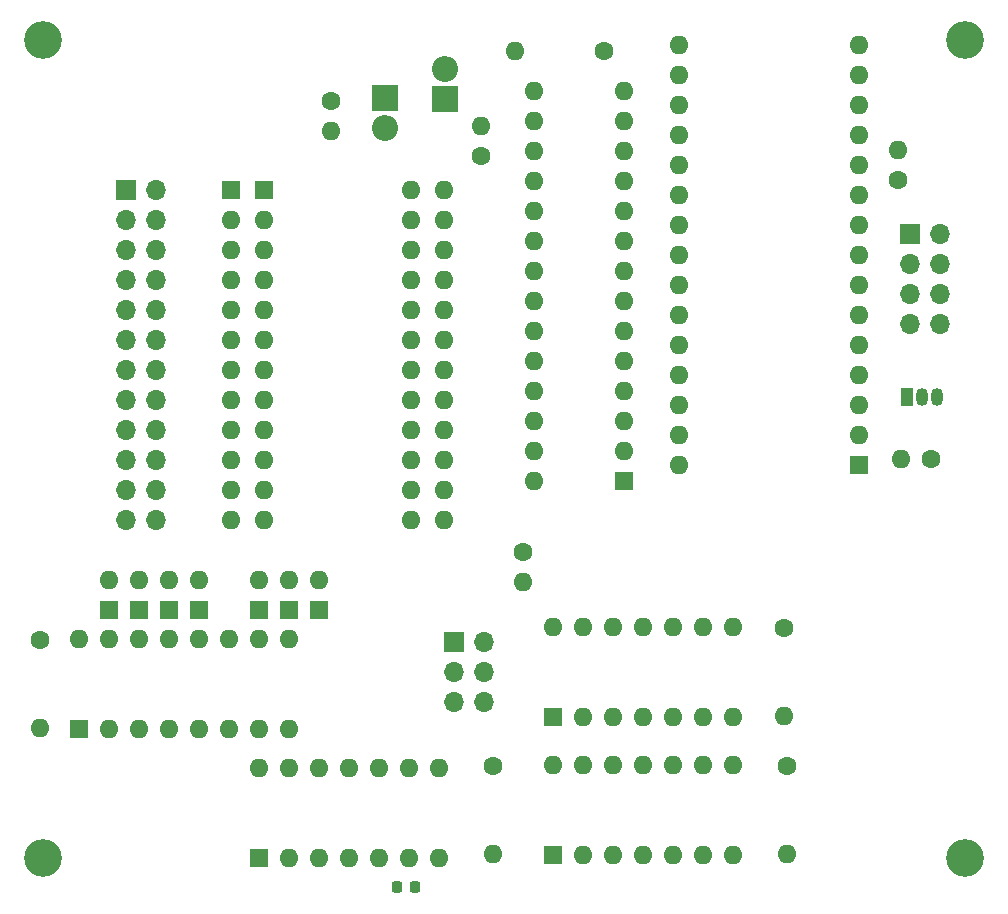
<source format=gts>
%TF.GenerationSoftware,KiCad,Pcbnew,(6.0.0)*%
%TF.CreationDate,2022-03-13T18:30:08-04:00*%
%TF.ProjectId,io_i2c,696f5f69-3263-42e6-9b69-6361645f7063,rev?*%
%TF.SameCoordinates,Original*%
%TF.FileFunction,Soldermask,Top*%
%TF.FilePolarity,Negative*%
%FSLAX46Y46*%
G04 Gerber Fmt 4.6, Leading zero omitted, Abs format (unit mm)*
G04 Created by KiCad (PCBNEW (6.0.0)) date 2022-03-13 18:30:08*
%MOMM*%
%LPD*%
G01*
G04 APERTURE LIST*
G04 Aperture macros list*
%AMRoundRect*
0 Rectangle with rounded corners*
0 $1 Rounding radius*
0 $2 $3 $4 $5 $6 $7 $8 $9 X,Y pos of 4 corners*
0 Add a 4 corners polygon primitive as box body*
4,1,4,$2,$3,$4,$5,$6,$7,$8,$9,$2,$3,0*
0 Add four circle primitives for the rounded corners*
1,1,$1+$1,$2,$3*
1,1,$1+$1,$4,$5*
1,1,$1+$1,$6,$7*
1,1,$1+$1,$8,$9*
0 Add four rect primitives between the rounded corners*
20,1,$1+$1,$2,$3,$4,$5,0*
20,1,$1+$1,$4,$5,$6,$7,0*
20,1,$1+$1,$6,$7,$8,$9,0*
20,1,$1+$1,$8,$9,$2,$3,0*%
G04 Aperture macros list end*
%ADD10R,1.600000X1.600000*%
%ADD11O,1.600000X1.600000*%
%ADD12C,1.600000*%
%ADD13R,1.050000X1.500000*%
%ADD14O,1.050000X1.500000*%
%ADD15R,1.700000X1.700000*%
%ADD16O,1.700000X1.700000*%
%ADD17C,3.200000*%
%ADD18RoundRect,0.225000X-0.225000X-0.250000X0.225000X-0.250000X0.225000X0.250000X-0.225000X0.250000X0*%
%ADD19R,2.200000X2.200000*%
%ADD20O,2.200000X2.200000*%
G04 APERTURE END LIST*
D10*
%TO.C,U1*%
X120343789Y-108566511D03*
D11*
X120343789Y-111106511D03*
X120343789Y-113646511D03*
X120343789Y-116186511D03*
X120343789Y-118726511D03*
X120343789Y-121266511D03*
X120343789Y-123806511D03*
X120343789Y-126346511D03*
X120343789Y-128886511D03*
X120343789Y-131426511D03*
X120343789Y-133966511D03*
X120343789Y-136506511D03*
X135583789Y-136506511D03*
X135583789Y-133966511D03*
X135583789Y-131426511D03*
X135583789Y-128886511D03*
X135583789Y-126346511D03*
X135583789Y-123806511D03*
X135583789Y-121266511D03*
X135583789Y-118726511D03*
X135583789Y-116186511D03*
X135583789Y-113646511D03*
X135583789Y-111106511D03*
X135583789Y-108566511D03*
%TD*%
D10*
%TO.C,U2*%
X144780000Y-164846000D03*
D11*
X147320000Y-164846000D03*
X149860000Y-164846000D03*
X152400000Y-164846000D03*
X154940000Y-164846000D03*
X157480000Y-164846000D03*
X160020000Y-164846000D03*
X160020000Y-157226000D03*
X157480000Y-157226000D03*
X154940000Y-157226000D03*
X152400000Y-157226000D03*
X149860000Y-157226000D03*
X147320000Y-157226000D03*
X144780000Y-157226000D03*
%TD*%
D10*
%TO.C,J1*%
X117549789Y-108566511D03*
D11*
X117549789Y-111106511D03*
X117549789Y-113646511D03*
X117549789Y-116186511D03*
X117549789Y-118726511D03*
X117549789Y-121266511D03*
X117549789Y-123806511D03*
X117549789Y-126346511D03*
X117549789Y-128886511D03*
X117549789Y-131426511D03*
X117549789Y-133966511D03*
X117549789Y-136506511D03*
X132789789Y-136506511D03*
X132789789Y-133966511D03*
X132789789Y-131426511D03*
X132789789Y-128886511D03*
X132789789Y-126346511D03*
X132789789Y-123806511D03*
X132789789Y-121266511D03*
X132789789Y-118726511D03*
X132789789Y-116186511D03*
X132789789Y-113646511D03*
X132789789Y-111106511D03*
X132789789Y-108566511D03*
%TD*%
D12*
%TO.C,C1*%
X101346000Y-146618000D03*
D11*
X101346000Y-154118000D03*
%TD*%
D12*
%TO.C,C2*%
X149098000Y-96774000D03*
D11*
X141598000Y-96774000D03*
%TD*%
D10*
%TO.C,U4*%
X104663000Y-154168000D03*
D11*
X107203000Y-154168000D03*
X109743000Y-154168000D03*
X112283000Y-154168000D03*
X114823000Y-154168000D03*
X117363000Y-154168000D03*
X119903000Y-154168000D03*
X122443000Y-154168000D03*
X122443000Y-146548000D03*
X119903000Y-146548000D03*
X117363000Y-146548000D03*
X114823000Y-146548000D03*
X112283000Y-146548000D03*
X109743000Y-146548000D03*
X107203000Y-146548000D03*
X104663000Y-146548000D03*
%TD*%
D10*
%TO.C,U3*%
X119883000Y-165090000D03*
D11*
X122423000Y-165090000D03*
X124963000Y-165090000D03*
X127503000Y-165090000D03*
X130043000Y-165090000D03*
X132583000Y-165090000D03*
X135123000Y-165090000D03*
X135123000Y-157470000D03*
X132583000Y-157470000D03*
X130043000Y-157470000D03*
X127503000Y-157470000D03*
X124963000Y-157470000D03*
X122423000Y-157470000D03*
X119883000Y-157470000D03*
%TD*%
D12*
%TO.C,C3*%
X139700000Y-157286000D03*
D11*
X139700000Y-164786000D03*
%TD*%
D13*
%TO.C,Q1*%
X174752000Y-126090000D03*
D14*
X176022000Y-126090000D03*
X177292000Y-126090000D03*
%TD*%
D10*
%TO.C,A1*%
X170678000Y-131826000D03*
D11*
X170678000Y-129286000D03*
X170678000Y-126746000D03*
X170678000Y-124206000D03*
X170678000Y-121666000D03*
X170678000Y-119126000D03*
X170678000Y-116586000D03*
X170678000Y-114046000D03*
X170678000Y-111506000D03*
X170678000Y-108966000D03*
X170678000Y-106426000D03*
X170678000Y-103886000D03*
X170678000Y-101346000D03*
X170678000Y-98806000D03*
X170678000Y-96266000D03*
X155438000Y-96266000D03*
X155438000Y-98806000D03*
X155438000Y-101346000D03*
X155438000Y-103886000D03*
X155438000Y-106426000D03*
X155438000Y-108966000D03*
X155438000Y-111506000D03*
X155438000Y-114046000D03*
X155438000Y-116586000D03*
X155438000Y-119126000D03*
X155438000Y-121666000D03*
X155438000Y-124206000D03*
X155438000Y-126746000D03*
X155438000Y-129286000D03*
X155438000Y-131826000D03*
%TD*%
D15*
%TO.C,J2*%
X175006000Y-112268000D03*
D16*
X177546000Y-112268000D03*
X175006000Y-114808000D03*
X177546000Y-114808000D03*
X175006000Y-117348000D03*
X177546000Y-117348000D03*
X175006000Y-119888000D03*
X177546000Y-119888000D03*
%TD*%
D10*
%TO.C,D7*%
X124983000Y-144106314D03*
D11*
X124983000Y-141566314D03*
%TD*%
D12*
%TO.C,R1*%
X173990000Y-107725000D03*
D11*
X173990000Y-105185000D03*
%TD*%
D17*
%TO.C,REF\u002A\u002A*%
X101600000Y-95885000D03*
%TD*%
D10*
%TO.C,D3*%
X112283000Y-144106314D03*
D11*
X112283000Y-141566314D03*
%TD*%
D15*
%TO.C,J3*%
X136398000Y-146812000D03*
D16*
X138938000Y-146812000D03*
X136398000Y-149352000D03*
X138938000Y-149352000D03*
X136398000Y-151892000D03*
X138938000Y-151892000D03*
%TD*%
D12*
%TO.C,C5*%
X164592000Y-157286000D03*
D11*
X164592000Y-164786000D03*
%TD*%
D12*
%TO.C,R3*%
X125984000Y-101063000D03*
D11*
X125984000Y-103603000D03*
%TD*%
D17*
%TO.C,REF\u002A\u002A*%
X179705000Y-95885000D03*
%TD*%
D10*
%TO.C,U6*%
X150828789Y-133209511D03*
D11*
X150828789Y-130669511D03*
X150828789Y-128129511D03*
X150828789Y-125589511D03*
X150828789Y-123049511D03*
X150828789Y-120509511D03*
X150828789Y-117969511D03*
X150828789Y-115429511D03*
X150828789Y-112889511D03*
X150828789Y-110349511D03*
X150828789Y-107809511D03*
X150828789Y-105269511D03*
X150828789Y-102729511D03*
X150828789Y-100189511D03*
X143208789Y-100189511D03*
X143208789Y-102729511D03*
X143208789Y-105269511D03*
X143208789Y-107809511D03*
X143208789Y-110349511D03*
X143208789Y-112889511D03*
X143208789Y-115429511D03*
X143208789Y-117969511D03*
X143208789Y-120509511D03*
X143208789Y-123049511D03*
X143208789Y-125589511D03*
X143208789Y-128129511D03*
X143208789Y-130669511D03*
X143208789Y-133209511D03*
%TD*%
D12*
%TO.C,R4*%
X176813000Y-131318000D03*
D11*
X174273000Y-131318000D03*
%TD*%
D10*
%TO.C,D2*%
X109743000Y-144106314D03*
D11*
X109743000Y-141566314D03*
%TD*%
D18*
%TO.C,C6*%
X131559000Y-167538400D03*
X133109000Y-167538400D03*
%TD*%
D12*
%TO.C,R5*%
X138684000Y-105693000D03*
D11*
X138684000Y-103153000D03*
%TD*%
D15*
%TO.C,J4*%
X108664789Y-108571511D03*
D16*
X111204789Y-108571511D03*
X108664789Y-111111511D03*
X111204789Y-111111511D03*
X108664789Y-113651511D03*
X111204789Y-113651511D03*
X108664789Y-116191511D03*
X111204789Y-116191511D03*
X108664789Y-118731511D03*
X111204789Y-118731511D03*
X108664789Y-121271511D03*
X111204789Y-121271511D03*
X108664789Y-123811511D03*
X111204789Y-123811511D03*
X108664789Y-126351511D03*
X111204789Y-126351511D03*
X108664789Y-128891511D03*
X111204789Y-128891511D03*
X108664789Y-131431511D03*
X111204789Y-131431511D03*
X108664789Y-133971511D03*
X111204789Y-133971511D03*
X108664789Y-136511511D03*
X111204789Y-136511511D03*
%TD*%
D19*
%TO.C,D9*%
X135636000Y-100893766D03*
D20*
X135636000Y-98353766D03*
%TD*%
D10*
%TO.C,D1*%
X107203000Y-144106314D03*
D11*
X107203000Y-141566314D03*
%TD*%
D17*
%TO.C,REF\u002A\u002A*%
X101600000Y-165100000D03*
%TD*%
D12*
%TO.C,R2*%
X142240000Y-139192000D03*
D11*
X142240000Y-141732000D03*
%TD*%
D17*
%TO.C,REF\u002A\u002A*%
X179705000Y-165100000D03*
%TD*%
D10*
%TO.C,U5*%
X144775000Y-153152000D03*
D11*
X147315000Y-153152000D03*
X149855000Y-153152000D03*
X152395000Y-153152000D03*
X154935000Y-153152000D03*
X157475000Y-153152000D03*
X160015000Y-153152000D03*
X160015000Y-145532000D03*
X157475000Y-145532000D03*
X154935000Y-145532000D03*
X152395000Y-145532000D03*
X149855000Y-145532000D03*
X147315000Y-145532000D03*
X144775000Y-145532000D03*
%TD*%
D10*
%TO.C,D6*%
X122443000Y-144106314D03*
D11*
X122443000Y-141566314D03*
%TD*%
D12*
%TO.C,C4*%
X164338000Y-145602000D03*
D11*
X164338000Y-153102000D03*
%TD*%
D19*
%TO.C,D8*%
X130556000Y-100782234D03*
D20*
X130556000Y-103322234D03*
%TD*%
D10*
%TO.C,D4*%
X114823000Y-144106314D03*
D11*
X114823000Y-141566314D03*
%TD*%
D10*
%TO.C,D5*%
X119903000Y-144106314D03*
D11*
X119903000Y-141566314D03*
%TD*%
M02*

</source>
